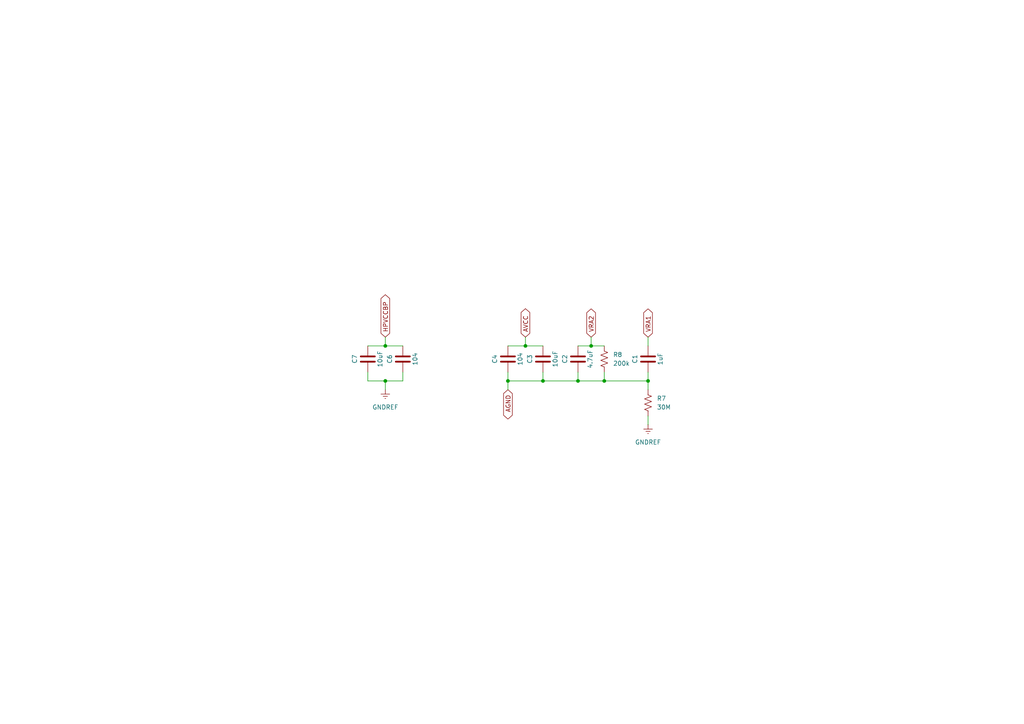
<source format=kicad_sch>
(kicad_sch (version 20250114) (generator "eeschema") (generator_version "9.0")
  (paper "A4")
  (lib_symbols
    (symbol "Device:C" (pin_numbers (hide yes)) (pin_names (offset 0.254))
      (property "Reference" "C" (at 0.635 2.54 0))
      (property "Value" "C" (at 0.635 -2.54 0))
      (symbol "C_0_1"
        (polyline (pts (xy -2.032 0.762) (xy 2.032 0.762)) (stroke (width 0.508)))
        (polyline (pts (xy -2.032 -0.762) (xy 2.032 -0.762)) (stroke (width 0.508)))
      )
      (symbol "C_1_1"
        (pin passive line (at 0 3.81 270) (length 2.794) (name "~") (number "1"))
        (pin passive line (at 0 -3.81 90) (length 2.794) (name "~") (number "2"))
      )
    )
    (symbol "Device:R_US" (pin_numbers (hide yes)) (pin_names (offset 0))
      (property "Reference" "R" (at 2.54 0 90))
      (property "Value" "R_US" (at -2.54 0 90))
      (symbol "R_US_0_1"
        (polyline (pts (xy 0 2.286) (xy 0 2.54)))
        (polyline (pts (xy 0 2.286) (xy 1.016 1.905) (xy 0 1.524) (xy -1.016 1.143) (xy 0 0.762)))
        (polyline (pts (xy 0 0.762) (xy 1.016 0.381) (xy 0 0) (xy -1.016 -0.381) (xy 0 -0.762)))
        (polyline (pts (xy 0 -0.762) (xy 1.016 -1.143) (xy 0 -1.524) (xy -1.016 -1.905) (xy 0 -2.286)))
        (polyline (pts (xy 0 -2.286) (xy 0 -2.54)))
      )
      (symbol "R_US_1_1"
        (pin passive line (at 0 3.81 270) (length 1.27) (name "~") (number "1"))
        (pin passive line (at 0 -3.81 90) (length 1.27) (name "~") (number "2"))
      )
    )
    (symbol "power:GNDREF" (power) (pin_numbers (hide yes)) (pin_names (offset 0) (hide yes))
      (property "Value" "GNDREF" (at 0 -3.81 0))
      (symbol "GNDREF_0_1"
        (polyline (pts (xy -0.635 -1.905) (xy 0.635 -1.905)))
        (polyline (pts (xy -0.127 -2.54) (xy 0.127 -2.54)))
        (polyline (pts (xy 0 -1.27) (xy 0 0)))
        (polyline (pts (xy 1.27 -1.27) (xy -1.27 -1.27)))
      )
      (symbol "GNDREF_1_1"
        (pin power_in line (at 0 0 270) (length 0) (name "~") (number "1"))
      )
    )
  )
  (junction (at 157.48 110.49))
  (junction (at 111.76 110.49))
  (junction (at 175.26 110.49))
  (junction (at 152.4 100.33))
  (junction (at 167.64 110.49))
  (junction (at 187.96 110.49))
  (junction (at 111.76 100.33))
  (junction (at 171.45 100.33))
  (junction (at 147.32 110.49))
  (wire (pts (xy 147.32 110.49) (xy 157.48 110.49)))
  (wire (pts (xy 111.76 110.49) (xy 111.76 113.03)))
  (wire (pts (xy 187.96 110.49) (xy 187.96 113.03)))
  (wire (pts (xy 175.26 107.95) (xy 175.26 110.49)))
  (wire (pts (xy 111.76 110.49) (xy 116.84 110.49)))
  (wire (pts (xy 167.64 110.49) (xy 175.26 110.49)))
  (wire (pts (xy 152.4 100.33) (xy 157.48 100.33)))
  (wire (pts (xy 147.32 100.33) (xy 152.4 100.33)))
  (wire (pts (xy 111.76 100.33) (xy 116.84 100.33)))
  (wire (pts (xy 175.26 100.33) (xy 171.45 100.33)))
  (wire (pts (xy 152.4 100.33) (xy 152.4 97.79)))
  (wire (pts (xy 157.48 107.95) (xy 157.48 110.49)))
  (wire (pts (xy 106.68 107.95) (xy 106.68 110.49)))
  (wire (pts (xy 175.26 110.49) (xy 187.96 110.49)))
  (wire (pts (xy 187.96 97.79) (xy 187.96 100.33)))
  (wire (pts (xy 111.76 100.33) (xy 111.76 97.79)))
  (wire (pts (xy 171.45 100.33) (xy 171.45 97.79)))
  (wire (pts (xy 106.68 110.49) (xy 111.76 110.49)))
  (wire (pts (xy 147.32 107.95) (xy 147.32 110.49)))
  (wire (pts (xy 187.96 120.65) (xy 187.96 123.19)))
  (wire (pts (xy 157.48 110.49) (xy 167.64 110.49)))
  (wire (pts (xy 147.32 110.49) (xy 147.32 113.03)))
  (wire (pts (xy 167.64 100.33) (xy 171.45 100.33)))
  (wire (pts (xy 167.64 107.95) (xy 167.64 110.49)))
  (wire (pts (xy 106.68 100.33) (xy 111.76 100.33)))
  (wire (pts (xy 187.96 107.95) (xy 187.96 110.49)))
  (wire (pts (xy 116.84 107.95) (xy 116.84 110.49)))
  (global_label "AGND" (shape bidirectional) (at 147.32 113.03 270) (property "Intersheetrefs" "${INTERSHEET_REFS}" (effects (hide yes))))
  (global_label "HPVCCBP" (shape bidirectional) (at 111.76 97.79 90) (property "Intersheetrefs" "${INTERSHEET_REFS}" (effects (hide yes))))
  (global_label "VRA1" (shape bidirectional) (at 187.96 97.79 90) (property "Intersheetrefs" "${INTERSHEET_REFS}" (effects (hide yes))))
  (global_label "AVCC" (shape bidirectional) (at 152.4 97.79 90) (property "Intersheetrefs" "${INTERSHEET_REFS}" (effects (hide yes))))
  (global_label "VRA2" (shape bidirectional) (at 171.45 97.79 90) (property "Intersheetrefs" "${INTERSHEET_REFS}" (effects (hide yes))))
  (symbol (lib_id "Device:C") (at 116.84 104.14 180) (unit 1)
    (property "Reference" "C6" (at 113.03 104.14 90))
    (property "Value" "104" (at 120.396 104.14 90))
    (property "Description" "Unpolarized capacitor" (effects (hide yes)))
  )
  (symbol (lib_id "Device:C") (at 167.64 104.14 180) (unit 1)
    (property "Reference" "C2" (at 163.83 104.14 90))
    (property "Value" "4.7uF" (at 171.196 104.14 90))
    (property "Description" "Unpolarized capacitor" (effects (hide yes)))
  )
  (symbol (lib_id "Device:C") (at 106.68 104.14 180) (unit 1)
    (property "Reference" "C7" (at 102.87 104.14 90))
    (property "Value" "10uF" (at 110.236 104.14 90))
    (property "Description" "Unpolarized capacitor" (effects (hide yes)))
  )
  (symbol (lib_id "power:GNDREF") (at 111.76 113.03 0) (unit 1)
    (property "Reference" "#PWR013" (effects (hide yes)))
    (property "Value" "GNDREF" (at 111.76 118.11 0))
    (property "Description" "Power symbol creates a global label with name \"GNDREF\" , reference supply ground" (effects (hide yes)))
  )
  (symbol (lib_id "Device:C") (at 187.96 104.14 180) (unit 1)
    (property "Reference" "C1" (at 184.15 104.14 90))
    (property "Value" "1uF" (at 191.516 104.14 90))
    (property "Description" "Unpolarized capacitor" (effects (hide yes)))
  )
  (symbol (lib_id "Device:C") (at 157.48 104.14 180) (unit 1)
    (property "Reference" "C3" (at 153.67 104.14 90))
    (property "Value" "10uF" (at 161.036 104.14 90))
    (property "Description" "Unpolarized capacitor" (effects (hide yes)))
  )
  (symbol (lib_id "Device:R_US") (at 175.26 104.14 0) (unit 1)
    (property "Reference" "R8" (at 177.8 102.8699 0) (effects (justify left)))
    (property "Value" "200k" (at 177.8 105.4099 0) (effects (justify left)))
    (property "Description" "Resistor, US symbol" (effects (hide yes)))
  )
  (symbol (lib_id "Device:R_US") (at 187.96 116.84 0) (unit 1)
    (property "Reference" "R7" (at 190.5 115.5699 0) (effects (justify left)))
    (property "Value" "30M" (at 190.5 118.1099 0) (effects (justify left)))
    (property "Description" "Resistor, US symbol" (effects (hide yes)))
  )
  (symbol (lib_id "power:GNDREF") (at 187.96 123.19 0) (unit 1)
    (property "Reference" "#PWR011" (effects (hide yes)))
    (property "Value" "GNDREF" (at 187.96 128.27 0))
    (property "Description" "Power symbol creates a global label with name \"GNDREF\" , reference supply ground" (effects (hide yes)))
  )
  (symbol (lib_id "Device:C") (at 147.32 104.14 180) (unit 1)
    (property "Reference" "C4" (at 143.51 104.14 90))
    (property "Value" "104" (at 150.876 104.14 90))
    (property "Description" "Unpolarized capacitor" (effects (hide yes)))
  )
)
</source>
